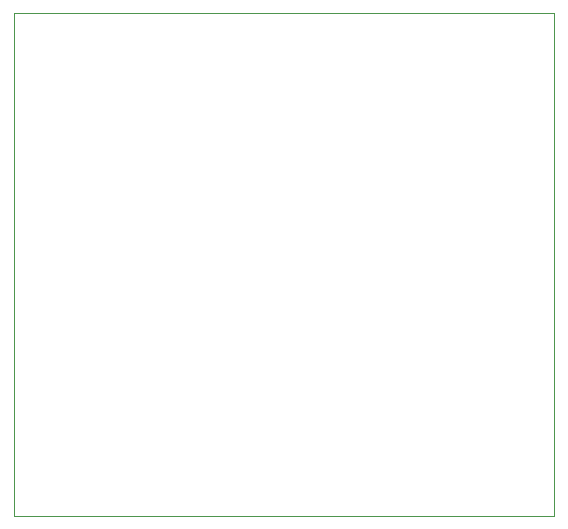
<source format=gbr>
G04 #@! TF.FileFunction,Profile,NP*
%FSLAX46Y46*%
G04 Gerber Fmt 4.6, Leading zero omitted, Abs format (unit mm)*
G04 Created by KiCad (PCBNEW (2014-12-07 BZR 5316)-product) date 31/03/2015 20:39:07*
%MOMM*%
G01*
G04 APERTURE LIST*
%ADD10C,0.100000*%
G04 APERTURE END LIST*
D10*
X133985000Y-43815000D02*
X133985000Y-86360000D01*
X88265000Y-43815000D02*
X133985000Y-43815000D01*
X88265000Y-86360000D02*
X88265000Y-43815000D01*
X133985000Y-86360000D02*
X88265000Y-86360000D01*
M02*

</source>
